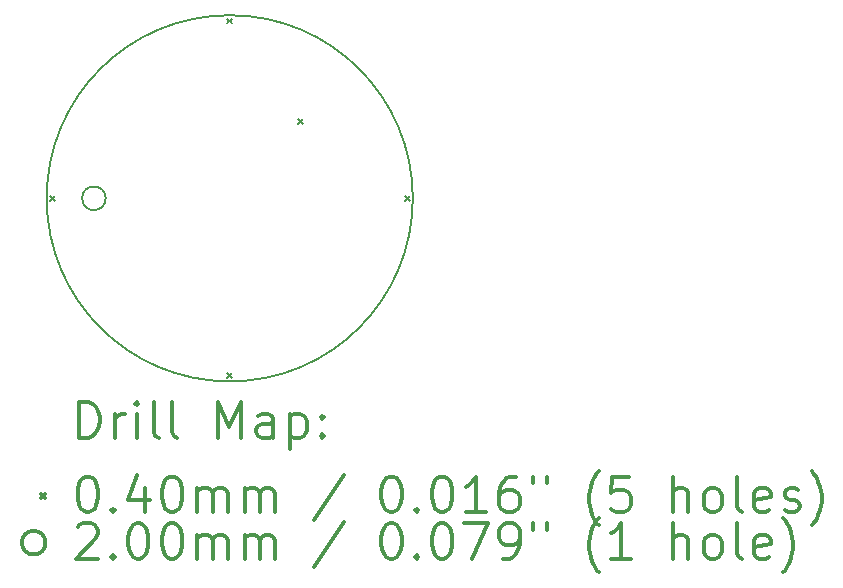
<source format=gbr>
%FSLAX45Y45*%
G04 Gerber Fmt 4.5, Leading zero omitted, Abs format (unit mm)*
G04 Created by KiCad (PCBNEW 5.1.6-c6e7f7d~87~ubuntu20.04.1) date 2020-08-16 01:07:44*
%MOMM*%
%LPD*%
G01*
G04 APERTURE LIST*
%TA.AperFunction,Profile*%
%ADD10C,0.200000*%
%TD*%
%ADD11C,0.200000*%
%ADD12C,0.300000*%
G04 APERTURE END LIST*
D10*
X11000000Y-5250000D02*
G75*
G03*
X11000000Y-5250000I-1550000J0D01*
G01*
D11*
X7926433Y-5230000D02*
X7966433Y-5270000D01*
X7966433Y-5230000D02*
X7926433Y-5270000D01*
X9430000Y-3730000D02*
X9470000Y-3770000D01*
X9470000Y-3730000D02*
X9430000Y-3770000D01*
X9430000Y-6730000D02*
X9470000Y-6770000D01*
X9470000Y-6730000D02*
X9430000Y-6770000D01*
X10030000Y-4580000D02*
X10070000Y-4620000D01*
X10070000Y-4580000D02*
X10030000Y-4620000D01*
X10933567Y-5230000D02*
X10973567Y-5270000D01*
X10973567Y-5230000D02*
X10933567Y-5270000D01*
X8400000Y-5250000D02*
G75*
G03*
X8400000Y-5250000I-100000J0D01*
G01*
D12*
X8176428Y-7275714D02*
X8176428Y-6975714D01*
X8247857Y-6975714D01*
X8290714Y-6990000D01*
X8319286Y-7018571D01*
X8333571Y-7047143D01*
X8347857Y-7104286D01*
X8347857Y-7147143D01*
X8333571Y-7204286D01*
X8319286Y-7232857D01*
X8290714Y-7261429D01*
X8247857Y-7275714D01*
X8176428Y-7275714D01*
X8476428Y-7275714D02*
X8476428Y-7075714D01*
X8476428Y-7132857D02*
X8490714Y-7104286D01*
X8505000Y-7090000D01*
X8533571Y-7075714D01*
X8562143Y-7075714D01*
X8662143Y-7275714D02*
X8662143Y-7075714D01*
X8662143Y-6975714D02*
X8647857Y-6990000D01*
X8662143Y-7004286D01*
X8676428Y-6990000D01*
X8662143Y-6975714D01*
X8662143Y-7004286D01*
X8847857Y-7275714D02*
X8819286Y-7261429D01*
X8805000Y-7232857D01*
X8805000Y-6975714D01*
X9005000Y-7275714D02*
X8976428Y-7261429D01*
X8962143Y-7232857D01*
X8962143Y-6975714D01*
X9347857Y-7275714D02*
X9347857Y-6975714D01*
X9447857Y-7190000D01*
X9547857Y-6975714D01*
X9547857Y-7275714D01*
X9819286Y-7275714D02*
X9819286Y-7118571D01*
X9805000Y-7090000D01*
X9776428Y-7075714D01*
X9719286Y-7075714D01*
X9690714Y-7090000D01*
X9819286Y-7261429D02*
X9790714Y-7275714D01*
X9719286Y-7275714D01*
X9690714Y-7261429D01*
X9676428Y-7232857D01*
X9676428Y-7204286D01*
X9690714Y-7175714D01*
X9719286Y-7161429D01*
X9790714Y-7161429D01*
X9819286Y-7147143D01*
X9962143Y-7075714D02*
X9962143Y-7375714D01*
X9962143Y-7090000D02*
X9990714Y-7075714D01*
X10047857Y-7075714D01*
X10076428Y-7090000D01*
X10090714Y-7104286D01*
X10105000Y-7132857D01*
X10105000Y-7218571D01*
X10090714Y-7247143D01*
X10076428Y-7261429D01*
X10047857Y-7275714D01*
X9990714Y-7275714D01*
X9962143Y-7261429D01*
X10233571Y-7247143D02*
X10247857Y-7261429D01*
X10233571Y-7275714D01*
X10219286Y-7261429D01*
X10233571Y-7247143D01*
X10233571Y-7275714D01*
X10233571Y-7090000D02*
X10247857Y-7104286D01*
X10233571Y-7118571D01*
X10219286Y-7104286D01*
X10233571Y-7090000D01*
X10233571Y-7118571D01*
X7850000Y-7750000D02*
X7890000Y-7790000D01*
X7890000Y-7750000D02*
X7850000Y-7790000D01*
X8233571Y-7605714D02*
X8262143Y-7605714D01*
X8290714Y-7620000D01*
X8305000Y-7634286D01*
X8319286Y-7662857D01*
X8333571Y-7720000D01*
X8333571Y-7791429D01*
X8319286Y-7848571D01*
X8305000Y-7877143D01*
X8290714Y-7891429D01*
X8262143Y-7905714D01*
X8233571Y-7905714D01*
X8205000Y-7891429D01*
X8190714Y-7877143D01*
X8176428Y-7848571D01*
X8162143Y-7791429D01*
X8162143Y-7720000D01*
X8176428Y-7662857D01*
X8190714Y-7634286D01*
X8205000Y-7620000D01*
X8233571Y-7605714D01*
X8462143Y-7877143D02*
X8476428Y-7891429D01*
X8462143Y-7905714D01*
X8447857Y-7891429D01*
X8462143Y-7877143D01*
X8462143Y-7905714D01*
X8733571Y-7705714D02*
X8733571Y-7905714D01*
X8662143Y-7591429D02*
X8590714Y-7805714D01*
X8776428Y-7805714D01*
X8947857Y-7605714D02*
X8976428Y-7605714D01*
X9005000Y-7620000D01*
X9019286Y-7634286D01*
X9033571Y-7662857D01*
X9047857Y-7720000D01*
X9047857Y-7791429D01*
X9033571Y-7848571D01*
X9019286Y-7877143D01*
X9005000Y-7891429D01*
X8976428Y-7905714D01*
X8947857Y-7905714D01*
X8919286Y-7891429D01*
X8905000Y-7877143D01*
X8890714Y-7848571D01*
X8876428Y-7791429D01*
X8876428Y-7720000D01*
X8890714Y-7662857D01*
X8905000Y-7634286D01*
X8919286Y-7620000D01*
X8947857Y-7605714D01*
X9176428Y-7905714D02*
X9176428Y-7705714D01*
X9176428Y-7734286D02*
X9190714Y-7720000D01*
X9219286Y-7705714D01*
X9262143Y-7705714D01*
X9290714Y-7720000D01*
X9305000Y-7748571D01*
X9305000Y-7905714D01*
X9305000Y-7748571D02*
X9319286Y-7720000D01*
X9347857Y-7705714D01*
X9390714Y-7705714D01*
X9419286Y-7720000D01*
X9433571Y-7748571D01*
X9433571Y-7905714D01*
X9576428Y-7905714D02*
X9576428Y-7705714D01*
X9576428Y-7734286D02*
X9590714Y-7720000D01*
X9619286Y-7705714D01*
X9662143Y-7705714D01*
X9690714Y-7720000D01*
X9705000Y-7748571D01*
X9705000Y-7905714D01*
X9705000Y-7748571D02*
X9719286Y-7720000D01*
X9747857Y-7705714D01*
X9790714Y-7705714D01*
X9819286Y-7720000D01*
X9833571Y-7748571D01*
X9833571Y-7905714D01*
X10419286Y-7591429D02*
X10162143Y-7977143D01*
X10805000Y-7605714D02*
X10833571Y-7605714D01*
X10862143Y-7620000D01*
X10876428Y-7634286D01*
X10890714Y-7662857D01*
X10905000Y-7720000D01*
X10905000Y-7791429D01*
X10890714Y-7848571D01*
X10876428Y-7877143D01*
X10862143Y-7891429D01*
X10833571Y-7905714D01*
X10805000Y-7905714D01*
X10776428Y-7891429D01*
X10762143Y-7877143D01*
X10747857Y-7848571D01*
X10733571Y-7791429D01*
X10733571Y-7720000D01*
X10747857Y-7662857D01*
X10762143Y-7634286D01*
X10776428Y-7620000D01*
X10805000Y-7605714D01*
X11033571Y-7877143D02*
X11047857Y-7891429D01*
X11033571Y-7905714D01*
X11019286Y-7891429D01*
X11033571Y-7877143D01*
X11033571Y-7905714D01*
X11233571Y-7605714D02*
X11262143Y-7605714D01*
X11290714Y-7620000D01*
X11305000Y-7634286D01*
X11319286Y-7662857D01*
X11333571Y-7720000D01*
X11333571Y-7791429D01*
X11319286Y-7848571D01*
X11305000Y-7877143D01*
X11290714Y-7891429D01*
X11262143Y-7905714D01*
X11233571Y-7905714D01*
X11205000Y-7891429D01*
X11190714Y-7877143D01*
X11176428Y-7848571D01*
X11162143Y-7791429D01*
X11162143Y-7720000D01*
X11176428Y-7662857D01*
X11190714Y-7634286D01*
X11205000Y-7620000D01*
X11233571Y-7605714D01*
X11619286Y-7905714D02*
X11447857Y-7905714D01*
X11533571Y-7905714D02*
X11533571Y-7605714D01*
X11505000Y-7648571D01*
X11476428Y-7677143D01*
X11447857Y-7691429D01*
X11876428Y-7605714D02*
X11819286Y-7605714D01*
X11790714Y-7620000D01*
X11776428Y-7634286D01*
X11747857Y-7677143D01*
X11733571Y-7734286D01*
X11733571Y-7848571D01*
X11747857Y-7877143D01*
X11762143Y-7891429D01*
X11790714Y-7905714D01*
X11847857Y-7905714D01*
X11876428Y-7891429D01*
X11890714Y-7877143D01*
X11905000Y-7848571D01*
X11905000Y-7777143D01*
X11890714Y-7748571D01*
X11876428Y-7734286D01*
X11847857Y-7720000D01*
X11790714Y-7720000D01*
X11762143Y-7734286D01*
X11747857Y-7748571D01*
X11733571Y-7777143D01*
X12019286Y-7605714D02*
X12019286Y-7662857D01*
X12133571Y-7605714D02*
X12133571Y-7662857D01*
X12576428Y-8020000D02*
X12562143Y-8005714D01*
X12533571Y-7962857D01*
X12519286Y-7934286D01*
X12505000Y-7891429D01*
X12490714Y-7820000D01*
X12490714Y-7762857D01*
X12505000Y-7691429D01*
X12519286Y-7648571D01*
X12533571Y-7620000D01*
X12562143Y-7577143D01*
X12576428Y-7562857D01*
X12833571Y-7605714D02*
X12690714Y-7605714D01*
X12676428Y-7748571D01*
X12690714Y-7734286D01*
X12719286Y-7720000D01*
X12790714Y-7720000D01*
X12819286Y-7734286D01*
X12833571Y-7748571D01*
X12847857Y-7777143D01*
X12847857Y-7848571D01*
X12833571Y-7877143D01*
X12819286Y-7891429D01*
X12790714Y-7905714D01*
X12719286Y-7905714D01*
X12690714Y-7891429D01*
X12676428Y-7877143D01*
X13205000Y-7905714D02*
X13205000Y-7605714D01*
X13333571Y-7905714D02*
X13333571Y-7748571D01*
X13319286Y-7720000D01*
X13290714Y-7705714D01*
X13247857Y-7705714D01*
X13219286Y-7720000D01*
X13205000Y-7734286D01*
X13519286Y-7905714D02*
X13490714Y-7891429D01*
X13476428Y-7877143D01*
X13462143Y-7848571D01*
X13462143Y-7762857D01*
X13476428Y-7734286D01*
X13490714Y-7720000D01*
X13519286Y-7705714D01*
X13562143Y-7705714D01*
X13590714Y-7720000D01*
X13605000Y-7734286D01*
X13619286Y-7762857D01*
X13619286Y-7848571D01*
X13605000Y-7877143D01*
X13590714Y-7891429D01*
X13562143Y-7905714D01*
X13519286Y-7905714D01*
X13790714Y-7905714D02*
X13762143Y-7891429D01*
X13747857Y-7862857D01*
X13747857Y-7605714D01*
X14019286Y-7891429D02*
X13990714Y-7905714D01*
X13933571Y-7905714D01*
X13905000Y-7891429D01*
X13890714Y-7862857D01*
X13890714Y-7748571D01*
X13905000Y-7720000D01*
X13933571Y-7705714D01*
X13990714Y-7705714D01*
X14019286Y-7720000D01*
X14033571Y-7748571D01*
X14033571Y-7777143D01*
X13890714Y-7805714D01*
X14147857Y-7891429D02*
X14176428Y-7905714D01*
X14233571Y-7905714D01*
X14262143Y-7891429D01*
X14276428Y-7862857D01*
X14276428Y-7848571D01*
X14262143Y-7820000D01*
X14233571Y-7805714D01*
X14190714Y-7805714D01*
X14162143Y-7791429D01*
X14147857Y-7762857D01*
X14147857Y-7748571D01*
X14162143Y-7720000D01*
X14190714Y-7705714D01*
X14233571Y-7705714D01*
X14262143Y-7720000D01*
X14376428Y-8020000D02*
X14390714Y-8005714D01*
X14419286Y-7962857D01*
X14433571Y-7934286D01*
X14447857Y-7891429D01*
X14462143Y-7820000D01*
X14462143Y-7762857D01*
X14447857Y-7691429D01*
X14433571Y-7648571D01*
X14419286Y-7620000D01*
X14390714Y-7577143D01*
X14376428Y-7562857D01*
X7890000Y-8166000D02*
G75*
G03*
X7890000Y-8166000I-100000J0D01*
G01*
X8162143Y-8030286D02*
X8176428Y-8016000D01*
X8205000Y-8001714D01*
X8276428Y-8001714D01*
X8305000Y-8016000D01*
X8319286Y-8030286D01*
X8333571Y-8058857D01*
X8333571Y-8087429D01*
X8319286Y-8130286D01*
X8147857Y-8301714D01*
X8333571Y-8301714D01*
X8462143Y-8273143D02*
X8476428Y-8287429D01*
X8462143Y-8301714D01*
X8447857Y-8287429D01*
X8462143Y-8273143D01*
X8462143Y-8301714D01*
X8662143Y-8001714D02*
X8690714Y-8001714D01*
X8719286Y-8016000D01*
X8733571Y-8030286D01*
X8747857Y-8058857D01*
X8762143Y-8116000D01*
X8762143Y-8187429D01*
X8747857Y-8244571D01*
X8733571Y-8273143D01*
X8719286Y-8287429D01*
X8690714Y-8301714D01*
X8662143Y-8301714D01*
X8633571Y-8287429D01*
X8619286Y-8273143D01*
X8605000Y-8244571D01*
X8590714Y-8187429D01*
X8590714Y-8116000D01*
X8605000Y-8058857D01*
X8619286Y-8030286D01*
X8633571Y-8016000D01*
X8662143Y-8001714D01*
X8947857Y-8001714D02*
X8976428Y-8001714D01*
X9005000Y-8016000D01*
X9019286Y-8030286D01*
X9033571Y-8058857D01*
X9047857Y-8116000D01*
X9047857Y-8187429D01*
X9033571Y-8244571D01*
X9019286Y-8273143D01*
X9005000Y-8287429D01*
X8976428Y-8301714D01*
X8947857Y-8301714D01*
X8919286Y-8287429D01*
X8905000Y-8273143D01*
X8890714Y-8244571D01*
X8876428Y-8187429D01*
X8876428Y-8116000D01*
X8890714Y-8058857D01*
X8905000Y-8030286D01*
X8919286Y-8016000D01*
X8947857Y-8001714D01*
X9176428Y-8301714D02*
X9176428Y-8101714D01*
X9176428Y-8130286D02*
X9190714Y-8116000D01*
X9219286Y-8101714D01*
X9262143Y-8101714D01*
X9290714Y-8116000D01*
X9305000Y-8144571D01*
X9305000Y-8301714D01*
X9305000Y-8144571D02*
X9319286Y-8116000D01*
X9347857Y-8101714D01*
X9390714Y-8101714D01*
X9419286Y-8116000D01*
X9433571Y-8144571D01*
X9433571Y-8301714D01*
X9576428Y-8301714D02*
X9576428Y-8101714D01*
X9576428Y-8130286D02*
X9590714Y-8116000D01*
X9619286Y-8101714D01*
X9662143Y-8101714D01*
X9690714Y-8116000D01*
X9705000Y-8144571D01*
X9705000Y-8301714D01*
X9705000Y-8144571D02*
X9719286Y-8116000D01*
X9747857Y-8101714D01*
X9790714Y-8101714D01*
X9819286Y-8116000D01*
X9833571Y-8144571D01*
X9833571Y-8301714D01*
X10419286Y-7987429D02*
X10162143Y-8373143D01*
X10805000Y-8001714D02*
X10833571Y-8001714D01*
X10862143Y-8016000D01*
X10876428Y-8030286D01*
X10890714Y-8058857D01*
X10905000Y-8116000D01*
X10905000Y-8187429D01*
X10890714Y-8244571D01*
X10876428Y-8273143D01*
X10862143Y-8287429D01*
X10833571Y-8301714D01*
X10805000Y-8301714D01*
X10776428Y-8287429D01*
X10762143Y-8273143D01*
X10747857Y-8244571D01*
X10733571Y-8187429D01*
X10733571Y-8116000D01*
X10747857Y-8058857D01*
X10762143Y-8030286D01*
X10776428Y-8016000D01*
X10805000Y-8001714D01*
X11033571Y-8273143D02*
X11047857Y-8287429D01*
X11033571Y-8301714D01*
X11019286Y-8287429D01*
X11033571Y-8273143D01*
X11033571Y-8301714D01*
X11233571Y-8001714D02*
X11262143Y-8001714D01*
X11290714Y-8016000D01*
X11305000Y-8030286D01*
X11319286Y-8058857D01*
X11333571Y-8116000D01*
X11333571Y-8187429D01*
X11319286Y-8244571D01*
X11305000Y-8273143D01*
X11290714Y-8287429D01*
X11262143Y-8301714D01*
X11233571Y-8301714D01*
X11205000Y-8287429D01*
X11190714Y-8273143D01*
X11176428Y-8244571D01*
X11162143Y-8187429D01*
X11162143Y-8116000D01*
X11176428Y-8058857D01*
X11190714Y-8030286D01*
X11205000Y-8016000D01*
X11233571Y-8001714D01*
X11433571Y-8001714D02*
X11633571Y-8001714D01*
X11505000Y-8301714D01*
X11762143Y-8301714D02*
X11819286Y-8301714D01*
X11847857Y-8287429D01*
X11862143Y-8273143D01*
X11890714Y-8230286D01*
X11905000Y-8173143D01*
X11905000Y-8058857D01*
X11890714Y-8030286D01*
X11876428Y-8016000D01*
X11847857Y-8001714D01*
X11790714Y-8001714D01*
X11762143Y-8016000D01*
X11747857Y-8030286D01*
X11733571Y-8058857D01*
X11733571Y-8130286D01*
X11747857Y-8158857D01*
X11762143Y-8173143D01*
X11790714Y-8187429D01*
X11847857Y-8187429D01*
X11876428Y-8173143D01*
X11890714Y-8158857D01*
X11905000Y-8130286D01*
X12019286Y-8001714D02*
X12019286Y-8058857D01*
X12133571Y-8001714D02*
X12133571Y-8058857D01*
X12576428Y-8416000D02*
X12562143Y-8401714D01*
X12533571Y-8358857D01*
X12519286Y-8330286D01*
X12505000Y-8287429D01*
X12490714Y-8216000D01*
X12490714Y-8158857D01*
X12505000Y-8087429D01*
X12519286Y-8044571D01*
X12533571Y-8016000D01*
X12562143Y-7973143D01*
X12576428Y-7958857D01*
X12847857Y-8301714D02*
X12676428Y-8301714D01*
X12762143Y-8301714D02*
X12762143Y-8001714D01*
X12733571Y-8044571D01*
X12705000Y-8073143D01*
X12676428Y-8087429D01*
X13205000Y-8301714D02*
X13205000Y-8001714D01*
X13333571Y-8301714D02*
X13333571Y-8144571D01*
X13319286Y-8116000D01*
X13290714Y-8101714D01*
X13247857Y-8101714D01*
X13219286Y-8116000D01*
X13205000Y-8130286D01*
X13519286Y-8301714D02*
X13490714Y-8287429D01*
X13476428Y-8273143D01*
X13462143Y-8244571D01*
X13462143Y-8158857D01*
X13476428Y-8130286D01*
X13490714Y-8116000D01*
X13519286Y-8101714D01*
X13562143Y-8101714D01*
X13590714Y-8116000D01*
X13605000Y-8130286D01*
X13619286Y-8158857D01*
X13619286Y-8244571D01*
X13605000Y-8273143D01*
X13590714Y-8287429D01*
X13562143Y-8301714D01*
X13519286Y-8301714D01*
X13790714Y-8301714D02*
X13762143Y-8287429D01*
X13747857Y-8258857D01*
X13747857Y-8001714D01*
X14019286Y-8287429D02*
X13990714Y-8301714D01*
X13933571Y-8301714D01*
X13905000Y-8287429D01*
X13890714Y-8258857D01*
X13890714Y-8144571D01*
X13905000Y-8116000D01*
X13933571Y-8101714D01*
X13990714Y-8101714D01*
X14019286Y-8116000D01*
X14033571Y-8144571D01*
X14033571Y-8173143D01*
X13890714Y-8201714D01*
X14133571Y-8416000D02*
X14147857Y-8401714D01*
X14176428Y-8358857D01*
X14190714Y-8330286D01*
X14205000Y-8287429D01*
X14219286Y-8216000D01*
X14219286Y-8158857D01*
X14205000Y-8087429D01*
X14190714Y-8044571D01*
X14176428Y-8016000D01*
X14147857Y-7973143D01*
X14133571Y-7958857D01*
M02*

</source>
